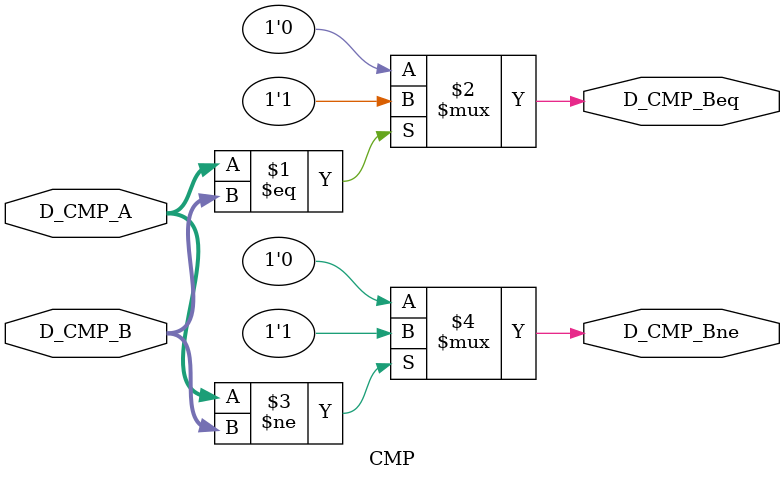
<source format=v>
`timescale 1ns / 1ps
module CMP (
    input [31:0] D_CMP_A,
    input [31:0] D_CMP_B,

    output D_CMP_Beq,
    output D_CMP_Bne
);
    
    assign D_CMP_Beq = (D_CMP_A == D_CMP_B) ? 1'b1 : 1'b0;     //jump while equal
    assign D_CMP_Bne = (D_CMP_A != D_CMP_B) ? 1'b1 : 1'b0;     //jump while not equal

endmodule
</source>
